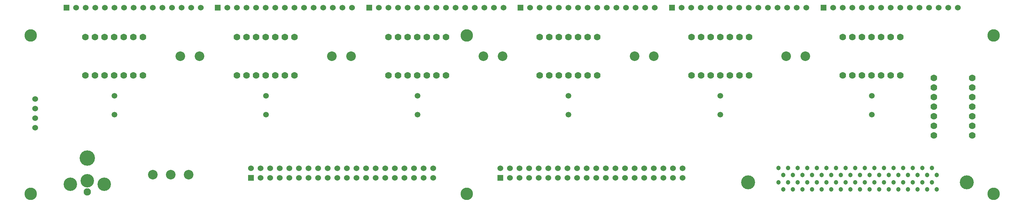
<source format=gbs>
G04 (created by PCBNEW (2013-jul-07)-stable) date Thu 11 Jun 2015 04:55:29 PM PDT*
%MOIN*%
G04 Gerber Fmt 3.4, Leading zero omitted, Abs format*
%FSLAX34Y34*%
G01*
G70*
G90*
G04 APERTURE LIST*
%ADD10C,0.00590551*%
%ADD11C,0.1*%
%ADD12R,0.06X0.06*%
%ADD13C,0.06*%
%ADD14C,0.13*%
%ADD15C,0.145669*%
%ADD16C,0.0472441*%
%ADD17C,0.076*%
%ADD18C,0.14*%
%ADD19C,0.16*%
%ADD20C,0.07*%
%ADD21C,0.0590551*%
G04 APERTURE END LIST*
G54D10*
G54D11*
X32324Y-27952D03*
X34324Y-27952D03*
X48124Y-27952D03*
X50124Y-27952D03*
X63924Y-27952D03*
X65924Y-27952D03*
X79694Y-27952D03*
X81694Y-27952D03*
X95514Y-27952D03*
X97514Y-27952D03*
G54D12*
X39712Y-40657D03*
G54D13*
X39712Y-39657D03*
X44712Y-40657D03*
X40712Y-39657D03*
X45712Y-40657D03*
X41712Y-39657D03*
X46712Y-40657D03*
X42712Y-39657D03*
X47712Y-40657D03*
X43712Y-39657D03*
X48712Y-40657D03*
X44712Y-39657D03*
X49712Y-40657D03*
X45712Y-39657D03*
X50712Y-40657D03*
X46712Y-39657D03*
X51712Y-40657D03*
X47712Y-39657D03*
X52712Y-40657D03*
X48712Y-39657D03*
X53712Y-40657D03*
X49712Y-39657D03*
X54712Y-40657D03*
X50712Y-39657D03*
X51712Y-39657D03*
X55712Y-40657D03*
X52712Y-39657D03*
X54712Y-39657D03*
X55712Y-39657D03*
X56712Y-39657D03*
X57712Y-39657D03*
X56712Y-40657D03*
X57712Y-40657D03*
X40712Y-40657D03*
X41712Y-40657D03*
X42712Y-40657D03*
X43712Y-40657D03*
X58712Y-40657D03*
X58712Y-39657D03*
X53712Y-39657D03*
G54D12*
X20460Y-22874D03*
G54D13*
X21460Y-22874D03*
X22460Y-22874D03*
X23460Y-22874D03*
X24460Y-22874D03*
X25460Y-22874D03*
X26460Y-22874D03*
X27460Y-22874D03*
X28460Y-22874D03*
X29460Y-22874D03*
X30460Y-22874D03*
X31460Y-22874D03*
X32460Y-22874D03*
X33460Y-22874D03*
X34460Y-22874D03*
G54D12*
X36248Y-22874D03*
G54D13*
X37248Y-22874D03*
X38248Y-22874D03*
X39248Y-22874D03*
X40248Y-22874D03*
X41248Y-22874D03*
X42248Y-22874D03*
X43248Y-22874D03*
X44248Y-22874D03*
X45248Y-22874D03*
X46248Y-22874D03*
X47248Y-22874D03*
X48248Y-22874D03*
X49248Y-22874D03*
X50248Y-22874D03*
G54D12*
X52035Y-22874D03*
G54D13*
X53035Y-22874D03*
X54035Y-22874D03*
X55035Y-22874D03*
X56035Y-22874D03*
X57035Y-22874D03*
X58035Y-22874D03*
X59035Y-22874D03*
X60035Y-22874D03*
X61035Y-22874D03*
X62035Y-22874D03*
X63035Y-22874D03*
X64035Y-22874D03*
X65035Y-22874D03*
X66035Y-22874D03*
G54D12*
X67822Y-22874D03*
G54D13*
X68822Y-22874D03*
X69822Y-22874D03*
X70822Y-22874D03*
X71822Y-22874D03*
X72822Y-22874D03*
X73822Y-22874D03*
X74822Y-22874D03*
X75822Y-22874D03*
X76822Y-22874D03*
X77822Y-22874D03*
X78822Y-22874D03*
X79822Y-22874D03*
X80822Y-22874D03*
X81822Y-22874D03*
G54D12*
X83610Y-22874D03*
G54D13*
X84610Y-22874D03*
X85610Y-22874D03*
X86610Y-22874D03*
X87610Y-22874D03*
X88610Y-22874D03*
X89610Y-22874D03*
X90610Y-22874D03*
X91610Y-22874D03*
X92610Y-22874D03*
X93610Y-22874D03*
X94610Y-22874D03*
X95610Y-22874D03*
X96610Y-22874D03*
X97610Y-22874D03*
G54D12*
X99397Y-22874D03*
G54D13*
X100397Y-22874D03*
X101397Y-22874D03*
X102397Y-22874D03*
X103397Y-22874D03*
X104397Y-22874D03*
X105397Y-22874D03*
X106397Y-22874D03*
X107397Y-22874D03*
X108397Y-22874D03*
X109397Y-22874D03*
X110397Y-22874D03*
X111397Y-22874D03*
X112397Y-22874D03*
X113397Y-22874D03*
G54D14*
X117125Y-25787D03*
X16732Y-42322D03*
X117125Y-42322D03*
X62204Y-25787D03*
X62204Y-42322D03*
X16732Y-25787D03*
G54D15*
X91553Y-41100D03*
X114352Y-41100D03*
G54D16*
X94702Y-39600D03*
X95202Y-40350D03*
X95702Y-39600D03*
X96202Y-40350D03*
X96702Y-39600D03*
X97202Y-40350D03*
X97702Y-39600D03*
X98202Y-40350D03*
X98702Y-39600D03*
X99202Y-40350D03*
X99702Y-39600D03*
X100202Y-40350D03*
X100702Y-39600D03*
X101202Y-40350D03*
X101702Y-39600D03*
X102202Y-40350D03*
X102702Y-39600D03*
X103202Y-40350D03*
X103702Y-39600D03*
X104202Y-40350D03*
X104702Y-39600D03*
X105202Y-40350D03*
X105702Y-39600D03*
X106202Y-40350D03*
X106702Y-39600D03*
X107202Y-40350D03*
X107702Y-39600D03*
X108202Y-40350D03*
X108702Y-39600D03*
X109202Y-40350D03*
X109702Y-39600D03*
X110202Y-40350D03*
X110702Y-39600D03*
X111202Y-40350D03*
X94702Y-41100D03*
X95202Y-41850D03*
X95702Y-41100D03*
X96202Y-41850D03*
X96702Y-41100D03*
X97202Y-41850D03*
X97702Y-41100D03*
X98202Y-41850D03*
X98702Y-41100D03*
X99202Y-41850D03*
X99702Y-41100D03*
X100202Y-41850D03*
X100702Y-41100D03*
X101202Y-41850D03*
X101702Y-41100D03*
X102202Y-41850D03*
X102702Y-41100D03*
X103202Y-41850D03*
X103702Y-41100D03*
X104202Y-41850D03*
X104702Y-41100D03*
X105202Y-41850D03*
X105702Y-41100D03*
X106202Y-41850D03*
X106702Y-41100D03*
X107202Y-41850D03*
X107702Y-41100D03*
X108202Y-41850D03*
X108702Y-41100D03*
X109202Y-41850D03*
X109702Y-41100D03*
X110202Y-41850D03*
X110702Y-41100D03*
X111202Y-41850D03*
G54D17*
X22637Y-42115D03*
G54D18*
X22637Y-40935D03*
G54D19*
X22637Y-38575D03*
G54D18*
X24407Y-41325D03*
X20867Y-41325D03*
G54D11*
X29480Y-40314D03*
X31350Y-40314D03*
X33220Y-40314D03*
G54D12*
X65696Y-40657D03*
G54D13*
X65696Y-39657D03*
X70696Y-40657D03*
X66696Y-39657D03*
X71696Y-40657D03*
X67696Y-39657D03*
X72696Y-40657D03*
X68696Y-39657D03*
X73696Y-40657D03*
X69696Y-39657D03*
X74696Y-40657D03*
X70696Y-39657D03*
X75696Y-40657D03*
X71696Y-39657D03*
X76696Y-40657D03*
X72696Y-39657D03*
X77696Y-40657D03*
X73696Y-39657D03*
X78696Y-40657D03*
X74696Y-39657D03*
X79696Y-40657D03*
X75696Y-39657D03*
X80696Y-40657D03*
X76696Y-39657D03*
X77696Y-39657D03*
X81696Y-40657D03*
X78696Y-39657D03*
X80696Y-39657D03*
X81696Y-39657D03*
X82696Y-39657D03*
X83696Y-39657D03*
X82696Y-40657D03*
X83696Y-40657D03*
X66696Y-40657D03*
X67696Y-40657D03*
X68696Y-40657D03*
X69696Y-40657D03*
X84696Y-40657D03*
X84696Y-39657D03*
X79696Y-39657D03*
G54D20*
X22450Y-29952D03*
X23450Y-29952D03*
X24450Y-29952D03*
X25450Y-29952D03*
X26450Y-29952D03*
X27450Y-29952D03*
X28450Y-29952D03*
X28450Y-25952D03*
X27450Y-25952D03*
X26450Y-25952D03*
X25450Y-25952D03*
X24450Y-25952D03*
X23450Y-25952D03*
X22450Y-25952D03*
X38250Y-29952D03*
X39250Y-29952D03*
X40250Y-29952D03*
X41250Y-29952D03*
X42250Y-29952D03*
X43250Y-29952D03*
X44250Y-29952D03*
X44250Y-25952D03*
X43250Y-25952D03*
X42250Y-25952D03*
X41250Y-25952D03*
X40250Y-25952D03*
X39250Y-25952D03*
X38250Y-25952D03*
X54050Y-29952D03*
X55050Y-29952D03*
X56050Y-29952D03*
X57050Y-29952D03*
X58050Y-29952D03*
X59050Y-29952D03*
X60050Y-29952D03*
X60050Y-25952D03*
X59050Y-25952D03*
X58050Y-25952D03*
X57050Y-25952D03*
X56050Y-25952D03*
X55050Y-25952D03*
X54050Y-25952D03*
X69820Y-29952D03*
X70820Y-29952D03*
X71820Y-29952D03*
X72820Y-29952D03*
X73820Y-29952D03*
X74820Y-29952D03*
X75820Y-29952D03*
X75820Y-25952D03*
X74820Y-25952D03*
X73820Y-25952D03*
X72820Y-25952D03*
X71820Y-25952D03*
X70820Y-25952D03*
X69820Y-25952D03*
X85640Y-29952D03*
X86640Y-29952D03*
X87640Y-29952D03*
X88640Y-29952D03*
X89640Y-29952D03*
X90640Y-29952D03*
X91640Y-29952D03*
X91640Y-25952D03*
X90640Y-25952D03*
X89640Y-25952D03*
X88640Y-25952D03*
X87640Y-25952D03*
X86640Y-25952D03*
X85640Y-25952D03*
X101400Y-29952D03*
X102400Y-29952D03*
X103400Y-29952D03*
X104400Y-29952D03*
X105400Y-29952D03*
X106400Y-29952D03*
X107400Y-29952D03*
X107400Y-25952D03*
X106400Y-25952D03*
X105400Y-25952D03*
X104400Y-25952D03*
X103400Y-25952D03*
X102400Y-25952D03*
X101400Y-25952D03*
X110909Y-30220D03*
X110909Y-31220D03*
X110909Y-32220D03*
X110909Y-33220D03*
X110909Y-34220D03*
X110909Y-35220D03*
X110909Y-36220D03*
X114909Y-36220D03*
X114909Y-35220D03*
X114909Y-34220D03*
X114909Y-33220D03*
X114909Y-32220D03*
X114909Y-31220D03*
X114909Y-30220D03*
G54D21*
X25480Y-32086D03*
X25480Y-34055D03*
X41279Y-32086D03*
X41279Y-34055D03*
X57070Y-32086D03*
X57070Y-34055D03*
X72820Y-32086D03*
X72820Y-34055D03*
X88640Y-32086D03*
X88640Y-34055D03*
X104440Y-32086D03*
X104440Y-34055D03*
G54D13*
X17200Y-35400D03*
X17200Y-34400D03*
X17200Y-33400D03*
X17200Y-32400D03*
M02*

</source>
